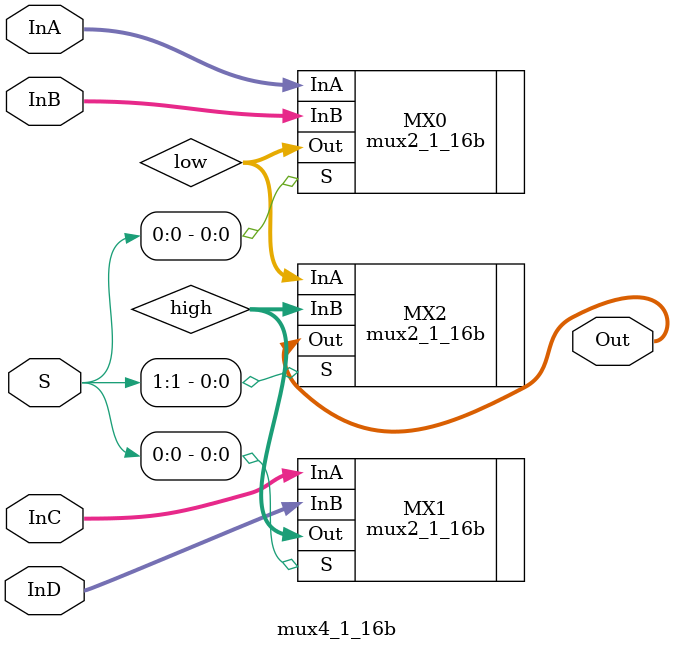
<source format=v>
module mux4_1_16b(InD, InC, InB, InA, S, Out);

	input [15:0] InD, InC, InB, InA;
	input [1:0] S;
	output [15:0] Out;
	
	wire [15:0] low, high;

	mux2_1_16b MX0 (.InB(InB[15:0]), .InA(InA[15:0]), .S(S[0]), .Out(low[15:0]));
	mux2_1_16b MX1(.InB(InD[15:0]), .InA(InC[15:0]), .S(S[0]), .Out(high[15:0]));

	mux2_1_16b MX2 (.InB(high[15:0]), .InA(low[15:0]), .S(S[1]), .Out(Out[15:0]));

endmodule

</source>
